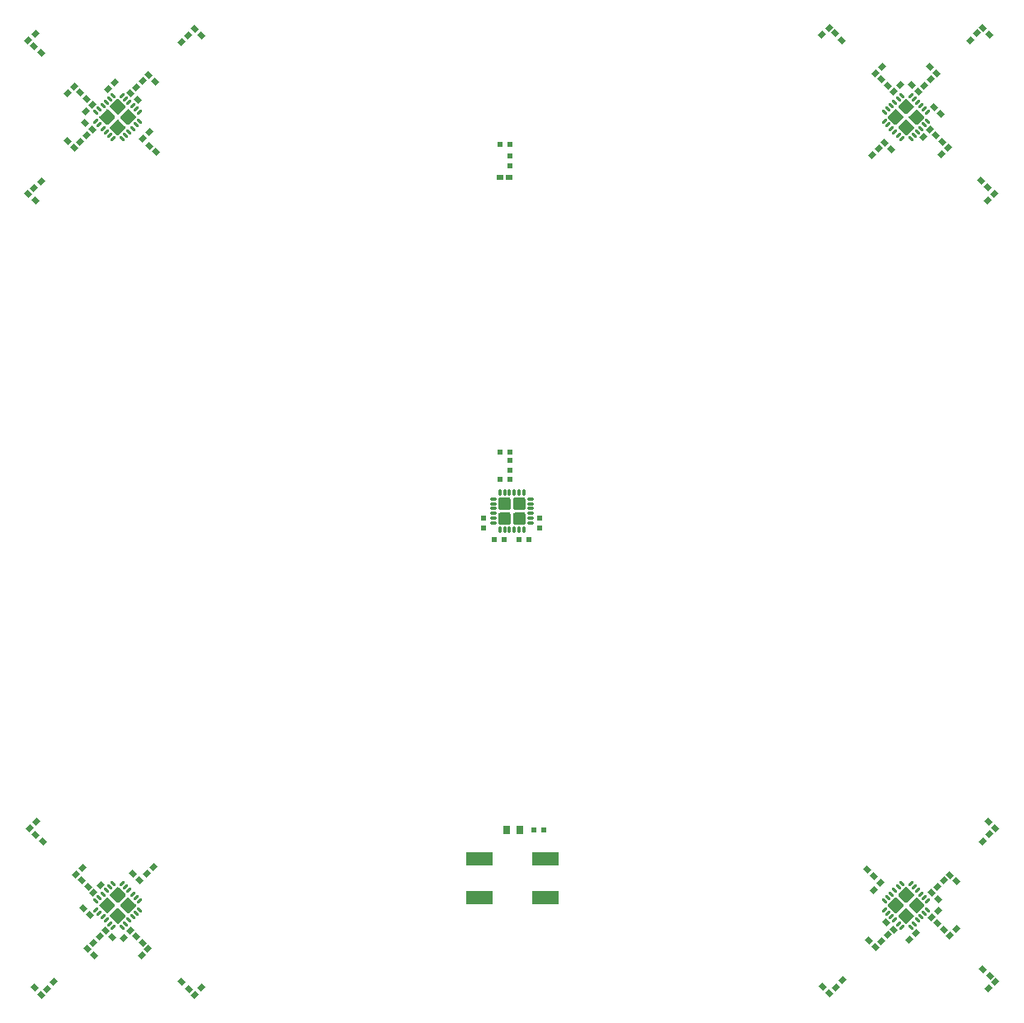
<source format=gtp>
G04*
G04 #@! TF.GenerationSoftware,Altium Limited,Altium Designer,20.0.13 (296)*
G04*
G04 Layer_Color=8421504*
%FSLAX24Y24*%
%MOIN*%
G70*
G01*
G75*
%ADD14R,0.0236X0.0217*%
G04:AMPARAMS|DCode=15|XSize=21.7mil|YSize=23.6mil|CornerRadius=0mil|HoleSize=0mil|Usage=FLASHONLY|Rotation=315.000|XOffset=0mil|YOffset=0mil|HoleType=Round|Shape=Rectangle|*
%AMROTATEDRECTD15*
4,1,4,-0.0160,-0.0007,0.0007,0.0160,0.0160,0.0007,-0.0007,-0.0160,-0.0160,-0.0007,0.0*
%
%ADD15ROTATEDRECTD15*%

%ADD16R,0.0217X0.0236*%
G04:AMPARAMS|DCode=17|XSize=21.7mil|YSize=23.6mil|CornerRadius=0mil|HoleSize=0mil|Usage=FLASHONLY|Rotation=45.000|XOffset=0mil|YOffset=0mil|HoleType=Round|Shape=Rectangle|*
%AMROTATEDRECTD17*
4,1,4,0.0007,-0.0160,-0.0160,0.0007,-0.0007,0.0160,0.0160,-0.0007,0.0007,-0.0160,0.0*
%
%ADD17ROTATEDRECTD17*%

%ADD18R,0.0256X0.0197*%
G04:AMPARAMS|DCode=19|XSize=19.7mil|YSize=25.6mil|CornerRadius=0mil|HoleSize=0mil|Usage=FLASHONLY|Rotation=315.000|XOffset=0mil|YOffset=0mil|HoleType=Round|Shape=Rectangle|*
%AMROTATEDRECTD19*
4,1,4,-0.0160,-0.0021,0.0021,0.0160,0.0160,0.0021,-0.0021,-0.0160,-0.0160,-0.0021,0.0*
%
%ADD19ROTATEDRECTD19*%

G04:AMPARAMS|DCode=20|XSize=19.7mil|YSize=23.6mil|CornerRadius=0mil|HoleSize=0mil|Usage=FLASHONLY|Rotation=135.000|XOffset=0mil|YOffset=0mil|HoleType=Round|Shape=Rectangle|*
%AMROTATEDRECTD20*
4,1,4,0.0153,0.0014,-0.0014,-0.0153,-0.0153,-0.0014,0.0014,0.0153,0.0153,0.0014,0.0*
%
%ADD20ROTATEDRECTD20*%

G04:AMPARAMS|DCode=21|XSize=19.7mil|YSize=25.6mil|CornerRadius=0mil|HoleSize=0mil|Usage=FLASHONLY|Rotation=45.000|XOffset=0mil|YOffset=0mil|HoleType=Round|Shape=Rectangle|*
%AMROTATEDRECTD21*
4,1,4,0.0021,-0.0160,-0.0160,0.0021,-0.0021,0.0160,0.0160,-0.0021,0.0021,-0.0160,0.0*
%
%ADD21ROTATEDRECTD21*%

G04:AMPARAMS|DCode=22|XSize=19.7mil|YSize=23.6mil|CornerRadius=0mil|HoleSize=0mil|Usage=FLASHONLY|Rotation=45.000|XOffset=0mil|YOffset=0mil|HoleType=Round|Shape=Rectangle|*
%AMROTATEDRECTD22*
4,1,4,0.0014,-0.0153,-0.0153,0.0014,-0.0014,0.0153,0.0153,-0.0014,0.0014,-0.0153,0.0*
%
%ADD22ROTATEDRECTD22*%

%ADD23R,0.1083X0.0551*%
G04:AMPARAMS|DCode=24|XSize=11.8mil|YSize=23.6mil|CornerRadius=3mil|HoleSize=0mil|Usage=FLASHONLY|Rotation=225.000|XOffset=0mil|YOffset=0mil|HoleType=Round|Shape=RoundedRectangle|*
%AMROUNDEDRECTD24*
21,1,0.0118,0.0177,0,0,225.0*
21,1,0.0059,0.0236,0,0,225.0*
1,1,0.0059,-0.0084,0.0042*
1,1,0.0059,-0.0042,0.0084*
1,1,0.0059,0.0084,-0.0042*
1,1,0.0059,0.0042,-0.0084*
%
%ADD24ROUNDEDRECTD24*%
G04:AMPARAMS|DCode=25|XSize=23.6mil|YSize=11.8mil|CornerRadius=3mil|HoleSize=0mil|Usage=FLASHONLY|Rotation=225.000|XOffset=0mil|YOffset=0mil|HoleType=Round|Shape=RoundedRectangle|*
%AMROUNDEDRECTD25*
21,1,0.0236,0.0059,0,0,225.0*
21,1,0.0177,0.0118,0,0,225.0*
1,1,0.0059,-0.0084,-0.0042*
1,1,0.0059,0.0042,0.0084*
1,1,0.0059,0.0084,0.0042*
1,1,0.0059,-0.0042,-0.0084*
%
%ADD25ROUNDEDRECTD25*%
%ADD26R,0.0300X0.0320*%
G04:AMPARAMS|DCode=27|XSize=11.8mil|YSize=23.6mil|CornerRadius=3mil|HoleSize=0mil|Usage=FLASHONLY|Rotation=0.000|XOffset=0mil|YOffset=0mil|HoleType=Round|Shape=RoundedRectangle|*
%AMROUNDEDRECTD27*
21,1,0.0118,0.0177,0,0,0.0*
21,1,0.0059,0.0236,0,0,0.0*
1,1,0.0059,0.0030,-0.0089*
1,1,0.0059,-0.0030,-0.0089*
1,1,0.0059,-0.0030,0.0089*
1,1,0.0059,0.0030,0.0089*
%
%ADD27ROUNDEDRECTD27*%
G04:AMPARAMS|DCode=28|XSize=23.6mil|YSize=11.8mil|CornerRadius=3mil|HoleSize=0mil|Usage=FLASHONLY|Rotation=0.000|XOffset=0mil|YOffset=0mil|HoleType=Round|Shape=RoundedRectangle|*
%AMROUNDEDRECTD28*
21,1,0.0236,0.0059,0,0,0.0*
21,1,0.0177,0.0118,0,0,0.0*
1,1,0.0059,0.0089,-0.0030*
1,1,0.0059,-0.0089,-0.0030*
1,1,0.0059,-0.0089,0.0030*
1,1,0.0059,0.0089,0.0030*
%
%ADD28ROUNDEDRECTD28*%
G04:AMPARAMS|DCode=29|XSize=11.8mil|YSize=23.6mil|CornerRadius=3mil|HoleSize=0mil|Usage=FLASHONLY|Rotation=135.000|XOffset=0mil|YOffset=0mil|HoleType=Round|Shape=RoundedRectangle|*
%AMROUNDEDRECTD29*
21,1,0.0118,0.0177,0,0,135.0*
21,1,0.0059,0.0236,0,0,135.0*
1,1,0.0059,0.0042,0.0084*
1,1,0.0059,0.0084,0.0042*
1,1,0.0059,-0.0042,-0.0084*
1,1,0.0059,-0.0084,-0.0042*
%
%ADD29ROUNDEDRECTD29*%
G04:AMPARAMS|DCode=30|XSize=23.6mil|YSize=11.8mil|CornerRadius=3mil|HoleSize=0mil|Usage=FLASHONLY|Rotation=135.000|XOffset=0mil|YOffset=0mil|HoleType=Round|Shape=RoundedRectangle|*
%AMROUNDEDRECTD30*
21,1,0.0236,0.0059,0,0,135.0*
21,1,0.0177,0.0118,0,0,135.0*
1,1,0.0059,-0.0042,0.0084*
1,1,0.0059,0.0084,-0.0042*
1,1,0.0059,0.0042,-0.0084*
1,1,0.0059,-0.0084,0.0042*
%
%ADD30ROUNDEDRECTD30*%
%ADD31R,0.0197X0.0236*%
G36*
X38898Y39318D02*
X38898Y39318D01*
X39252Y39318D01*
X39264Y39318D01*
X39285Y39309D01*
X39302Y39292D01*
X39311Y39271D01*
X39311Y39259D01*
X39311Y39259D01*
X39311Y38895D01*
X39311Y38883D01*
X39302Y38861D01*
X39285Y38845D01*
X39264Y38836D01*
X39252Y38836D01*
X39252Y38836D01*
X38888Y38836D01*
X38876Y38836D01*
X38854Y38845D01*
X38838Y38861D01*
X38829Y38883D01*
X38829Y38895D01*
X38829Y38895D01*
X38829Y39249D01*
X38829Y39263D01*
X38839Y39288D01*
X38859Y39307D01*
X38884Y39318D01*
X38898Y39318D01*
D02*
G37*
G36*
X23457Y24180D02*
X23482Y24170D01*
X23492Y24160D01*
X23492Y24160D01*
X23743Y23910D01*
X23751Y23901D01*
X23760Y23880D01*
X23760Y23856D01*
X23751Y23834D01*
X23743Y23826D01*
X23743Y23826D01*
X23485Y23569D01*
X23477Y23560D01*
X23455Y23551D01*
X23432Y23551D01*
X23410Y23560D01*
X23402Y23569D01*
X23402Y23569D01*
X23144Y23826D01*
X23136Y23834D01*
X23127Y23856D01*
X23127Y23880D01*
X23136Y23901D01*
X23144Y23910D01*
X23144Y23910D01*
X23395Y24160D01*
X23404Y24170D01*
X23430Y24180D01*
X23457Y24180D01*
D02*
G37*
G36*
X23882Y23756D02*
X23907Y23745D01*
X23917Y23736D01*
X23917Y23736D01*
X24167Y23485D01*
X24175Y23477D01*
X24184Y23455D01*
X24184Y23431D01*
X24175Y23410D01*
X24167Y23401D01*
X24167Y23401D01*
X23910Y23144D01*
X23901Y23136D01*
X23880Y23127D01*
X23856Y23127D01*
X23834Y23136D01*
X23826Y23144D01*
X23826Y23144D01*
X23826Y23144D01*
D01*
X23569Y23402D01*
X23560Y23410D01*
X23551Y23432D01*
X23551Y23455D01*
X23560Y23477D01*
X23569Y23485D01*
X23569Y23485D01*
X23819Y23736D01*
X23829Y23745D01*
X23854Y23756D01*
X23882Y23756D01*
D02*
G37*
G36*
X23032D02*
X23058Y23745D01*
X23067Y23736D01*
X23067Y23736D01*
X23318Y23485D01*
X23326Y23477D01*
X23335Y23455D01*
X23335Y23431D01*
X23326Y23410D01*
X23318Y23401D01*
X23318Y23401D01*
X23061Y23144D01*
X23052Y23136D01*
X23031Y23127D01*
X23007Y23127D01*
X22985Y23136D01*
X22977Y23144D01*
X22977Y23144D01*
X22977Y23144D01*
D01*
X22719Y23402D01*
X22711Y23410D01*
X22702Y23432D01*
X22702Y23455D01*
X22711Y23477D01*
X22719Y23485D01*
X22719Y23485D01*
X22970Y23736D01*
X22980Y23745D01*
X23005Y23756D01*
X23032Y23756D01*
D02*
G37*
G36*
X23402Y22719D02*
X23402Y22719D01*
X23402Y22719D01*
X23402Y22719D01*
D02*
G37*
G36*
X23457Y23331D02*
X23482Y23321D01*
X23492Y23311D01*
X23492Y23311D01*
X23743Y23060D01*
X23751Y23052D01*
X23760Y23030D01*
X23760Y23007D01*
X23751Y22985D01*
X23743Y22977D01*
X23743Y22977D01*
X23485Y22719D01*
X23477Y22711D01*
X23455Y22702D01*
X23432Y22702D01*
X23410Y22711D01*
X23402Y22719D01*
X23144Y22977D01*
X23136Y22985D01*
X23127Y23007D01*
X23127Y23030D01*
X23136Y23052D01*
X23144Y23060D01*
X23144Y23061D01*
X23395Y23311D01*
X23404Y23321D01*
X23430Y23331D01*
X23457Y23331D01*
D02*
G37*
G36*
X39498Y39318D02*
X39498Y39318D01*
X39852Y39318D01*
X39864Y39318D01*
X39886Y39309D01*
X39902Y39292D01*
X39911Y39271D01*
X39911Y39259D01*
X39911Y39259D01*
X39911Y38895D01*
X39911Y38883D01*
X39902Y38861D01*
X39886Y38845D01*
X39864Y38836D01*
X39852Y38836D01*
X39852Y38836D01*
X39488Y38836D01*
X39476Y38836D01*
X39455Y38845D01*
X39438Y38861D01*
X39429Y38883D01*
X39429Y38895D01*
X39429Y38895D01*
X39429Y39249D01*
X39429Y39263D01*
X39440Y39288D01*
X39459Y39307D01*
X39484Y39318D01*
X39498Y39318D01*
D02*
G37*
G36*
X55309Y24184D02*
X55330Y24175D01*
X55339Y24167D01*
X55339Y24167D01*
X55596Y23910D01*
X55604Y23901D01*
X55613Y23880D01*
X55613Y23856D01*
X55604Y23834D01*
X55596Y23826D01*
X55596Y23826D01*
X55339Y23569D01*
X55330Y23560D01*
X55309Y23551D01*
X55285Y23551D01*
X55263Y23560D01*
X55255Y23569D01*
X55255Y23569D01*
X55005Y23819D01*
X54995Y23829D01*
X54984Y23854D01*
X54984Y23881D01*
X54995Y23907D01*
X55005Y23917D01*
Y23917D01*
X55255Y24167D01*
X55263Y24175D01*
X55285Y24184D01*
X55309Y24184D01*
D02*
G37*
G36*
X55172Y23402D02*
X55172Y23402D01*
X55172Y23402D01*
X55172Y23402D01*
D02*
G37*
G36*
X55733Y23760D02*
X55755Y23751D01*
X55763Y23743D01*
X55763Y23743D01*
X56021Y23485D01*
X56029Y23477D01*
X56038Y23455D01*
X56038Y23432D01*
X56029Y23410D01*
X56021Y23402D01*
X56021Y23402D01*
X55763Y23144D01*
X55755Y23136D01*
X55733Y23127D01*
X55710Y23127D01*
X55688Y23136D01*
X55680Y23144D01*
X55680Y23144D01*
X55429Y23395D01*
X55419Y23404D01*
X55409Y23430D01*
X55409Y23457D01*
X55419Y23482D01*
X55429Y23492D01*
Y23492D01*
X55680Y23743D01*
X55688Y23751D01*
X55710Y23760D01*
X55733Y23760D01*
D02*
G37*
G36*
X54884D02*
X54906Y23751D01*
X54914Y23743D01*
X54914Y23743D01*
X55172Y23485D01*
X55180Y23477D01*
X55189Y23455D01*
X55189Y23432D01*
X55180Y23410D01*
X55172Y23402D01*
X54914Y23144D01*
X54906Y23136D01*
X54884Y23127D01*
X54861Y23127D01*
X54839Y23136D01*
X54831Y23144D01*
X54831Y23144D01*
X54580Y23395D01*
X54570Y23404D01*
X54560Y23430D01*
X54560Y23457D01*
X54570Y23482D01*
X54580Y23492D01*
Y23492D01*
X54831Y23743D01*
X54839Y23751D01*
X54861Y23760D01*
X54884Y23760D01*
D02*
G37*
G36*
X55309Y23335D02*
X55330Y23326D01*
X55339Y23318D01*
X55339Y23318D01*
X55596Y23061D01*
X55604Y23052D01*
X55613Y23030D01*
X55613Y23007D01*
X55604Y22985D01*
X55596Y22977D01*
X55596Y22977D01*
X55339Y22719D01*
X55330Y22711D01*
X55309Y22702D01*
X55285Y22702D01*
X55263Y22711D01*
X55255Y22719D01*
X55255Y22719D01*
X55005Y22970D01*
X54995Y22980D01*
X54984Y23005D01*
X54984Y23032D01*
X54995Y23058D01*
X55005Y23067D01*
Y23067D01*
X55255Y23318D01*
X55263Y23326D01*
X55285Y23335D01*
X55309Y23335D01*
D02*
G37*
G36*
X23477Y56029D02*
X23485Y56021D01*
X23485Y56021D01*
X23736Y55770D01*
X23745Y55760D01*
X23756Y55735D01*
X23756Y55708D01*
X23745Y55682D01*
X23736Y55673D01*
X23736Y55673D01*
X23485Y55422D01*
X23477Y55414D01*
X23455Y55405D01*
X23431Y55405D01*
X23410Y55414D01*
X23401Y55422D01*
X23401Y55422D01*
X23144Y55680D01*
X23136Y55688D01*
X23127Y55710D01*
X23127Y55733D01*
X23136Y55755D01*
X23144Y55763D01*
X23144Y55763D01*
X23402Y56021D01*
X23410Y56029D01*
X23432Y56038D01*
X23455Y56038D01*
X23477Y56029D01*
D02*
G37*
G36*
X23901Y55604D02*
X23910Y55596D01*
X23910Y55596D01*
X24160Y55346D01*
X24170Y55336D01*
X24180Y55311D01*
X24180Y55283D01*
X24170Y55258D01*
X24160Y55248D01*
X24160Y55248D01*
X23910Y54998D01*
X23901Y54989D01*
X23880Y54980D01*
X23856Y54980D01*
X23834Y54989D01*
X23826Y54998D01*
X23826Y54998D01*
X23569Y55255D01*
X23560Y55263D01*
X23551Y55285D01*
X23551Y55309D01*
X23560Y55330D01*
X23569Y55339D01*
X23569Y55339D01*
X23569Y55339D01*
D01*
X23826Y55596D01*
X23834Y55604D01*
X23856Y55613D01*
X23880Y55613D01*
X23901Y55604D01*
D02*
G37*
G36*
X23052D02*
X23060Y55596D01*
X23061Y55596D01*
X23311Y55346D01*
X23321Y55336D01*
X23331Y55311D01*
X23331Y55283D01*
X23321Y55258D01*
X23311Y55248D01*
X23311Y55248D01*
X23060Y54998D01*
X23052Y54989D01*
X23030Y54980D01*
X23007Y54980D01*
X22985Y54989D01*
X22977Y54998D01*
X22977Y54998D01*
X22719Y55255D01*
X22711Y55263D01*
X22702Y55285D01*
X22702Y55309D01*
X22711Y55330D01*
X22719Y55339D01*
X22719Y55339D01*
X22977Y55596D01*
X22985Y55604D01*
X23007Y55613D01*
X23030Y55613D01*
X23052Y55604D01*
D02*
G37*
G36*
X23477Y55180D02*
X23485Y55172D01*
X23485Y55172D01*
X23736Y54921D01*
X23745Y54911D01*
X23756Y54886D01*
X23756Y54859D01*
X23745Y54833D01*
X23736Y54824D01*
X23736Y54824D01*
X23485Y54573D01*
X23477Y54565D01*
X23455Y54556D01*
X23431Y54556D01*
X23410Y54565D01*
X23401Y54573D01*
X23401Y54573D01*
X23144Y54831D01*
X23136Y54839D01*
X23127Y54861D01*
X23127Y54884D01*
X23136Y54906D01*
X23144Y54914D01*
X23144Y54914D01*
X23402Y55172D01*
X23410Y55180D01*
X23432Y55189D01*
X23455Y55189D01*
X23477Y55180D01*
D02*
G37*
G36*
X38898Y39918D02*
X38898Y39918D01*
X39252Y39918D01*
X39264Y39918D01*
X39285Y39909D01*
X39302Y39893D01*
X39311Y39871D01*
X39311Y39859D01*
X39311Y39859D01*
X39311Y39495D01*
X39311Y39483D01*
X39302Y39462D01*
X39285Y39445D01*
X39264Y39436D01*
X39252Y39436D01*
X39252Y39436D01*
X38888Y39436D01*
X38876Y39436D01*
X38854Y39445D01*
X38838Y39462D01*
X38829Y39483D01*
X38829Y39495D01*
X38829Y39495D01*
X38829Y39849D01*
X38829Y39863D01*
X38839Y39888D01*
X38859Y39908D01*
X38884Y39918D01*
X38898Y39918D01*
D02*
G37*
G36*
X55309Y56038D02*
X55330Y56029D01*
X55339Y56021D01*
X55339Y56021D01*
X55596Y55763D01*
X55604Y55755D01*
X55613Y55733D01*
X55613Y55710D01*
X55604Y55688D01*
X55596Y55680D01*
X55596Y55680D01*
X55346Y55429D01*
X55336Y55419D01*
X55311Y55409D01*
X55283Y55409D01*
X55258Y55419D01*
X55248Y55429D01*
X55248D01*
X54998Y55680D01*
X54989Y55688D01*
X54980Y55710D01*
X54980Y55733D01*
X54989Y55755D01*
X54998Y55763D01*
X54998Y55763D01*
X55255Y56021D01*
X55263Y56029D01*
X55285Y56038D01*
X55309Y56038D01*
D02*
G37*
G36*
X55733Y55613D02*
X55755Y55604D01*
X55763Y55596D01*
X55763Y55596D01*
X56021Y55339D01*
X56029Y55330D01*
X56038Y55309D01*
X56038Y55285D01*
X56029Y55263D01*
X56021Y55255D01*
X56021Y55255D01*
X55770Y55005D01*
X55760Y54995D01*
X55735Y54984D01*
X55708Y54984D01*
X55682Y54995D01*
X55673Y55005D01*
X55673D01*
X55422Y55255D01*
X55414Y55263D01*
X55405Y55285D01*
X55405Y55309D01*
X55414Y55330D01*
X55422Y55339D01*
X55422Y55339D01*
X55680Y55596D01*
X55688Y55604D01*
X55710Y55613D01*
X55733Y55613D01*
D02*
G37*
G36*
X54884D02*
X54906Y55604D01*
X54914Y55596D01*
X54914Y55596D01*
X55172Y55339D01*
X55180Y55330D01*
X55189Y55309D01*
X55189Y55285D01*
X55180Y55263D01*
X55172Y55255D01*
X55172Y55255D01*
X54921Y55005D01*
X54911Y54995D01*
X54886Y54984D01*
X54859Y54984D01*
X54833Y54995D01*
X54824Y55005D01*
X54824D01*
X54573Y55255D01*
X54565Y55263D01*
X54556Y55285D01*
X54556Y55309D01*
X54565Y55330D01*
X54573Y55339D01*
X54573Y55339D01*
X54831Y55596D01*
X54839Y55604D01*
X54861Y55613D01*
X54884Y55613D01*
D02*
G37*
G36*
X55309Y55189D02*
X55330Y55180D01*
X55339Y55172D01*
X55339Y55172D01*
X55596Y54914D01*
X55604Y54906D01*
X55613Y54884D01*
X55613Y54861D01*
X55604Y54839D01*
X55596Y54831D01*
X55596Y54831D01*
X55346Y54580D01*
X55336Y54570D01*
X55311Y54560D01*
X55283Y54560D01*
X55258Y54570D01*
X55248Y54580D01*
X55248D01*
X54998Y54831D01*
X54989Y54839D01*
X54980Y54861D01*
X54980Y54884D01*
X54989Y54906D01*
X54998Y54914D01*
X54998Y54914D01*
X55255Y55172D01*
X55263Y55180D01*
X55285Y55189D01*
X55309Y55189D01*
D02*
G37*
G36*
X39498Y39918D02*
X39498Y39918D01*
X39852Y39918D01*
X39864Y39918D01*
X39886Y39909D01*
X39902Y39893D01*
X39911Y39871D01*
X39911Y39859D01*
X39911Y39859D01*
X39911Y39495D01*
X39911Y39483D01*
X39902Y39462D01*
X39886Y39445D01*
X39864Y39436D01*
X39852Y39436D01*
X39852Y39436D01*
X39488Y39436D01*
X39476Y39436D01*
X39455Y39445D01*
X39438Y39462D01*
X39429Y39483D01*
X39429Y39495D01*
X39429Y39495D01*
X39429Y39849D01*
X39429Y39863D01*
X39440Y39888D01*
X39459Y39908D01*
X39484Y39918D01*
X39498Y39918D01*
D02*
G37*
D14*
X38886Y40661D02*
D03*
X39280D02*
D03*
X38886Y41763D02*
D03*
X39280D02*
D03*
X38650Y38220D02*
D03*
X39043D02*
D03*
X40067D02*
D03*
X39673D02*
D03*
X38886Y54204D02*
D03*
X39280D02*
D03*
X40650Y26481D02*
D03*
X40256D02*
D03*
D15*
X24734Y54697D02*
D03*
X24455Y54419D02*
D03*
X53983Y24065D02*
D03*
X54261Y24343D02*
D03*
X23042Y56417D02*
D03*
X23320Y56696D02*
D03*
X55698Y22323D02*
D03*
X55420Y22044D02*
D03*
X22142Y55513D02*
D03*
X22421Y55791D02*
D03*
X22752Y24243D02*
D03*
X22474Y23964D02*
D03*
X23679Y22140D02*
D03*
X23958Y22418D02*
D03*
X56598Y23227D02*
D03*
X56319Y22949D02*
D03*
X55988Y54498D02*
D03*
X56266Y54776D02*
D03*
X55061Y56601D02*
D03*
X54783Y56322D02*
D03*
X20117Y58665D02*
D03*
X19839Y58387D02*
D03*
X20159Y26822D02*
D03*
X19881Y26543D02*
D03*
X26832Y20114D02*
D03*
X26554Y19836D02*
D03*
X58623Y20075D02*
D03*
X58901Y20353D02*
D03*
X58581Y51918D02*
D03*
X58859Y52197D02*
D03*
X51901Y58619D02*
D03*
X52180Y58897D02*
D03*
X56014Y56542D02*
D03*
X56292Y56821D02*
D03*
X54556Y22254D02*
D03*
X54278Y21976D02*
D03*
X56545Y24180D02*
D03*
X56823Y24459D02*
D03*
X22448Y21920D02*
D03*
X22726Y22198D02*
D03*
X24184Y56486D02*
D03*
X24462Y56765D02*
D03*
X22195Y54560D02*
D03*
X21917Y54282D02*
D03*
D16*
X38217Y38692D02*
D03*
Y39086D02*
D03*
X40500Y38692D02*
D03*
Y39086D02*
D03*
X39280Y41015D02*
D03*
Y41409D02*
D03*
D17*
X24062Y24737D02*
D03*
X24340Y24458D02*
D03*
X54694Y53986D02*
D03*
X54416Y54264D02*
D03*
X22323Y23042D02*
D03*
X22044Y23320D02*
D03*
X56417Y55698D02*
D03*
X56696Y55420D02*
D03*
X24243Y55988D02*
D03*
X23964Y56266D02*
D03*
X22140Y55061D02*
D03*
X22418Y54783D02*
D03*
X23227Y22142D02*
D03*
X22949Y22421D02*
D03*
X54498Y22752D02*
D03*
X54776Y22474D02*
D03*
X56601Y23679D02*
D03*
X56322Y23958D02*
D03*
X55513Y56598D02*
D03*
X55791Y56319D02*
D03*
X26822Y58581D02*
D03*
X26543Y58859D02*
D03*
X20114Y51908D02*
D03*
X19836Y52187D02*
D03*
X20075Y20117D02*
D03*
X20353Y19839D02*
D03*
X51918Y20159D02*
D03*
X52197Y19881D02*
D03*
X58626Y26832D02*
D03*
X58904Y26554D02*
D03*
X58665Y58623D02*
D03*
X58387Y58901D02*
D03*
X54560Y56545D02*
D03*
X54282Y56823D02*
D03*
X56486Y54556D02*
D03*
X56765Y54278D02*
D03*
X56542Y22726D02*
D03*
X56821Y22448D02*
D03*
X21976Y24462D02*
D03*
X22254Y24184D02*
D03*
X24459Y21917D02*
D03*
X24180Y22195D02*
D03*
X22198Y56014D02*
D03*
X21920Y56292D02*
D03*
D18*
X38896Y52865D02*
D03*
X39270D02*
D03*
D19*
X54066Y57053D02*
D03*
X54330Y57317D02*
D03*
X56980Y54048D02*
D03*
X56716Y53784D02*
D03*
X57050Y22232D02*
D03*
X57315Y22497D02*
D03*
X24674Y21687D02*
D03*
X24410Y21423D02*
D03*
X21760Y24692D02*
D03*
X22024Y24957D02*
D03*
X21690Y56508D02*
D03*
X21425Y56243D02*
D03*
X54176Y54021D02*
D03*
X53911Y53757D02*
D03*
X24884Y25005D02*
D03*
X24620Y24741D02*
D03*
D20*
X57885Y58398D02*
D03*
X58163Y58677D02*
D03*
X58388Y26039D02*
D03*
X58667Y26318D02*
D03*
X52721Y20412D02*
D03*
X52443Y20133D02*
D03*
X20855Y20342D02*
D03*
X20577Y20063D02*
D03*
X20352Y52701D02*
D03*
X20073Y52422D02*
D03*
X26019Y58328D02*
D03*
X26298Y58607D02*
D03*
D21*
X56508Y57050D02*
D03*
X56243Y57315D02*
D03*
X57053Y24674D02*
D03*
X57317Y24410D02*
D03*
X54048Y21760D02*
D03*
X53784Y22024D02*
D03*
X22232Y21690D02*
D03*
X22497Y21425D02*
D03*
X21687Y54066D02*
D03*
X21423Y54330D02*
D03*
X24692Y56980D02*
D03*
X24957Y56716D02*
D03*
X53979Y24623D02*
D03*
X53714Y24887D02*
D03*
X25002Y53875D02*
D03*
X24738Y54139D02*
D03*
D22*
X58328Y52721D02*
D03*
X58607Y52443D02*
D03*
X58398Y20855D02*
D03*
X58677Y20577D02*
D03*
X26039Y20352D02*
D03*
X26318Y20073D02*
D03*
X20412Y26019D02*
D03*
X20133Y26298D02*
D03*
X20342Y57885D02*
D03*
X20063Y58163D02*
D03*
X52694Y58398D02*
D03*
X52416Y58676D02*
D03*
D23*
X40708Y23759D02*
D03*
Y25334D02*
D03*
X38051Y23759D02*
D03*
Y25334D02*
D03*
D24*
X24320Y55116D02*
D03*
X24181Y54977D02*
D03*
X24042Y54838D02*
D03*
X23903Y54698D02*
D03*
X23763Y54559D02*
D03*
X23624Y54420D02*
D03*
X22566Y55478D02*
D03*
X22706Y55617D02*
D03*
X22845Y55756D02*
D03*
X22984Y55895D02*
D03*
X23123Y56035D02*
D03*
X23262Y56174D02*
D03*
X54420Y23624D02*
D03*
X54559Y23763D02*
D03*
X54698Y23903D02*
D03*
X54838Y24042D02*
D03*
X54977Y24181D02*
D03*
X55116Y24320D02*
D03*
X56174Y23262D02*
D03*
X56035Y23123D02*
D03*
X55895Y22984D02*
D03*
X55756Y22845D02*
D03*
X55617Y22706D02*
D03*
X55478Y22566D02*
D03*
D25*
X23262Y54420D02*
D03*
X23123Y54559D02*
D03*
X22984Y54698D02*
D03*
X22845Y54838D02*
D03*
X22706Y54977D02*
D03*
X22566Y55116D02*
D03*
X23624Y56174D02*
D03*
X23763Y56035D02*
D03*
X23903Y55895D02*
D03*
X24042Y55756D02*
D03*
X24181Y55617D02*
D03*
X24320Y55478D02*
D03*
X55478Y24320D02*
D03*
X55617Y24181D02*
D03*
X55756Y24042D02*
D03*
X55895Y23903D02*
D03*
X56035Y23763D02*
D03*
X56174Y23624D02*
D03*
X55116Y22566D02*
D03*
X54977Y22706D02*
D03*
X54838Y22845D02*
D03*
X54698Y22984D02*
D03*
X54559Y23123D02*
D03*
X54420Y23262D02*
D03*
D26*
X39705Y26490D02*
D03*
X39155D02*
D03*
D27*
X38878Y40125D02*
D03*
X39075D02*
D03*
X39272D02*
D03*
X39469D02*
D03*
X39665D02*
D03*
X39862D02*
D03*
Y38629D02*
D03*
X39665D02*
D03*
X39469D02*
D03*
X39272D02*
D03*
X39075D02*
D03*
X38878D02*
D03*
D28*
X40118Y39869D02*
D03*
Y39672D02*
D03*
Y39475D02*
D03*
Y39279D02*
D03*
Y39082D02*
D03*
Y38885D02*
D03*
X38622D02*
D03*
Y39082D02*
D03*
Y39279D02*
D03*
Y39475D02*
D03*
Y39672D02*
D03*
Y39869D02*
D03*
D29*
X55116Y54420D02*
D03*
X54977Y54559D02*
D03*
X54838Y54698D02*
D03*
X54698Y54838D02*
D03*
X54559Y54977D02*
D03*
X54420Y55116D02*
D03*
X55478Y56174D02*
D03*
X55617Y56035D02*
D03*
X55756Y55895D02*
D03*
X55895Y55756D02*
D03*
X56035Y55617D02*
D03*
X56174Y55478D02*
D03*
X22566Y23262D02*
D03*
X22706Y23123D02*
D03*
X22845Y22984D02*
D03*
X22984Y22845D02*
D03*
X23123Y22706D02*
D03*
X23262Y22566D02*
D03*
X24320Y23624D02*
D03*
X24181Y23763D02*
D03*
X24042Y23903D02*
D03*
X23903Y24042D02*
D03*
X23763Y24181D02*
D03*
X23624Y24320D02*
D03*
D30*
X54420Y55478D02*
D03*
X54559Y55617D02*
D03*
X54698Y55756D02*
D03*
X54838Y55895D02*
D03*
X54977Y56035D02*
D03*
X55116Y56174D02*
D03*
X56174Y55116D02*
D03*
X56035Y54977D02*
D03*
X55895Y54838D02*
D03*
X55756Y54698D02*
D03*
X55617Y54559D02*
D03*
X55478Y54420D02*
D03*
X23262Y24320D02*
D03*
X23123Y24181D02*
D03*
X22984Y24042D02*
D03*
X22845Y23903D02*
D03*
X22706Y23763D02*
D03*
X22566Y23624D02*
D03*
X23624Y22566D02*
D03*
X23763Y22706D02*
D03*
X23903Y22845D02*
D03*
X24042Y22984D02*
D03*
X24181Y23123D02*
D03*
X24320Y23262D02*
D03*
D31*
X39280Y53731D02*
D03*
Y53338D02*
D03*
M02*

</source>
